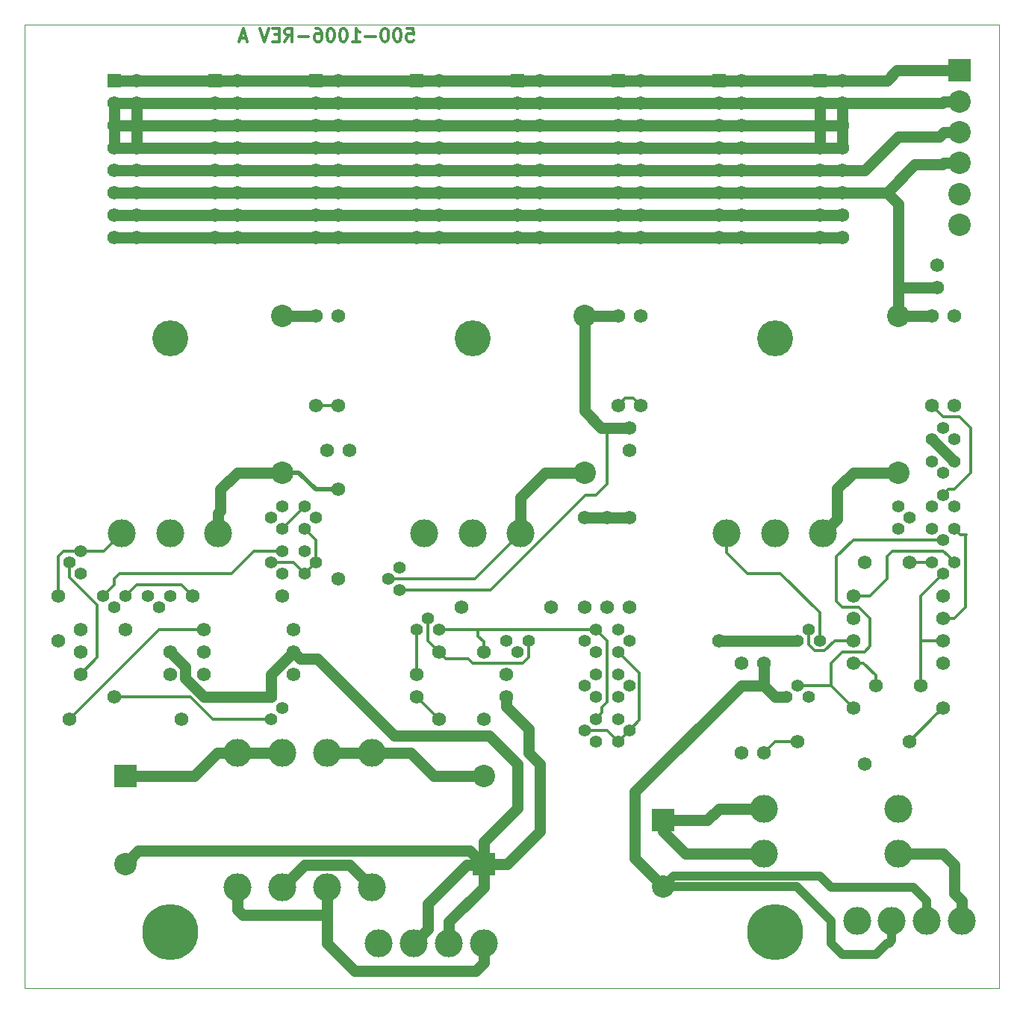
<source format=gbl>
G04 #@! TF.FileFunction,Copper,L2,Bot,Signal*
%FSLAX46Y46*%
G04 Gerber Fmt 4.6, Leading zero omitted, Abs format (unit mm)*
G04 Created by KiCad (PCBNEW 4.0.6) date 04/10/17 20:11:08*
%MOMM*%
%LPD*%
G01*
G04 APERTURE LIST*
%ADD10C,0.100000*%
%ADD11C,0.300000*%
%ADD12C,0.025400*%
%ADD13C,1.574800*%
%ADD14R,2.540000X2.540000*%
%ADD15C,2.540000*%
%ADD16C,3.175000*%
%ADD17R,1.574800X1.574800*%
%ADD18C,1.397000*%
%ADD19C,6.350000*%
%ADD20C,4.064000*%
%ADD21C,0.304800*%
%ADD22C,1.270000*%
%ADD23C,1.016000*%
%ADD24C,0.508000*%
G04 APERTURE END LIST*
D10*
D11*
X144961426Y-38548571D02*
X145675712Y-38548571D01*
X145747141Y-39262857D01*
X145675712Y-39191429D01*
X145532855Y-39120000D01*
X145175712Y-39120000D01*
X145032855Y-39191429D01*
X144961426Y-39262857D01*
X144889998Y-39405714D01*
X144889998Y-39762857D01*
X144961426Y-39905714D01*
X145032855Y-39977143D01*
X145175712Y-40048571D01*
X145532855Y-40048571D01*
X145675712Y-39977143D01*
X145747141Y-39905714D01*
X143961427Y-38548571D02*
X143818570Y-38548571D01*
X143675713Y-38620000D01*
X143604284Y-38691429D01*
X143532855Y-38834286D01*
X143461427Y-39120000D01*
X143461427Y-39477143D01*
X143532855Y-39762857D01*
X143604284Y-39905714D01*
X143675713Y-39977143D01*
X143818570Y-40048571D01*
X143961427Y-40048571D01*
X144104284Y-39977143D01*
X144175713Y-39905714D01*
X144247141Y-39762857D01*
X144318570Y-39477143D01*
X144318570Y-39120000D01*
X144247141Y-38834286D01*
X144175713Y-38691429D01*
X144104284Y-38620000D01*
X143961427Y-38548571D01*
X142532856Y-38548571D02*
X142389999Y-38548571D01*
X142247142Y-38620000D01*
X142175713Y-38691429D01*
X142104284Y-38834286D01*
X142032856Y-39120000D01*
X142032856Y-39477143D01*
X142104284Y-39762857D01*
X142175713Y-39905714D01*
X142247142Y-39977143D01*
X142389999Y-40048571D01*
X142532856Y-40048571D01*
X142675713Y-39977143D01*
X142747142Y-39905714D01*
X142818570Y-39762857D01*
X142889999Y-39477143D01*
X142889999Y-39120000D01*
X142818570Y-38834286D01*
X142747142Y-38691429D01*
X142675713Y-38620000D01*
X142532856Y-38548571D01*
X141389999Y-39477143D02*
X140247142Y-39477143D01*
X138747142Y-40048571D02*
X139604285Y-40048571D01*
X139175713Y-40048571D02*
X139175713Y-38548571D01*
X139318570Y-38762857D01*
X139461428Y-38905714D01*
X139604285Y-38977143D01*
X137818571Y-38548571D02*
X137675714Y-38548571D01*
X137532857Y-38620000D01*
X137461428Y-38691429D01*
X137389999Y-38834286D01*
X137318571Y-39120000D01*
X137318571Y-39477143D01*
X137389999Y-39762857D01*
X137461428Y-39905714D01*
X137532857Y-39977143D01*
X137675714Y-40048571D01*
X137818571Y-40048571D01*
X137961428Y-39977143D01*
X138032857Y-39905714D01*
X138104285Y-39762857D01*
X138175714Y-39477143D01*
X138175714Y-39120000D01*
X138104285Y-38834286D01*
X138032857Y-38691429D01*
X137961428Y-38620000D01*
X137818571Y-38548571D01*
X136390000Y-38548571D02*
X136247143Y-38548571D01*
X136104286Y-38620000D01*
X136032857Y-38691429D01*
X135961428Y-38834286D01*
X135890000Y-39120000D01*
X135890000Y-39477143D01*
X135961428Y-39762857D01*
X136032857Y-39905714D01*
X136104286Y-39977143D01*
X136247143Y-40048571D01*
X136390000Y-40048571D01*
X136532857Y-39977143D01*
X136604286Y-39905714D01*
X136675714Y-39762857D01*
X136747143Y-39477143D01*
X136747143Y-39120000D01*
X136675714Y-38834286D01*
X136604286Y-38691429D01*
X136532857Y-38620000D01*
X136390000Y-38548571D01*
X134604286Y-38548571D02*
X134890000Y-38548571D01*
X135032857Y-38620000D01*
X135104286Y-38691429D01*
X135247143Y-38905714D01*
X135318572Y-39191429D01*
X135318572Y-39762857D01*
X135247143Y-39905714D01*
X135175715Y-39977143D01*
X135032857Y-40048571D01*
X134747143Y-40048571D01*
X134604286Y-39977143D01*
X134532857Y-39905714D01*
X134461429Y-39762857D01*
X134461429Y-39405714D01*
X134532857Y-39262857D01*
X134604286Y-39191429D01*
X134747143Y-39120000D01*
X135032857Y-39120000D01*
X135175715Y-39191429D01*
X135247143Y-39262857D01*
X135318572Y-39405714D01*
X133818572Y-39477143D02*
X132675715Y-39477143D01*
X131104286Y-40048571D02*
X131604286Y-39334286D01*
X131961429Y-40048571D02*
X131961429Y-38548571D01*
X131390001Y-38548571D01*
X131247143Y-38620000D01*
X131175715Y-38691429D01*
X131104286Y-38834286D01*
X131104286Y-39048571D01*
X131175715Y-39191429D01*
X131247143Y-39262857D01*
X131390001Y-39334286D01*
X131961429Y-39334286D01*
X130461429Y-39262857D02*
X129961429Y-39262857D01*
X129747143Y-40048571D02*
X130461429Y-40048571D01*
X130461429Y-38548571D01*
X129747143Y-38548571D01*
X129318572Y-38548571D02*
X128818572Y-40048571D01*
X128318572Y-38548571D01*
X126747144Y-39620000D02*
X126032858Y-39620000D01*
X126890001Y-40048571D02*
X126390001Y-38548571D01*
X125890001Y-40048571D01*
D12*
X212090000Y-147320000D02*
X101600000Y-147320000D01*
X212090000Y-38100000D02*
X212090000Y-147320000D01*
X101600000Y-38100000D02*
X212090000Y-38100000D01*
X101600000Y-147320000D02*
X101600000Y-38100000D01*
D13*
X203200000Y-113030000D03*
X198120000Y-113030000D03*
X196850000Y-99060000D03*
X201930000Y-99060000D03*
X205105000Y-67945000D03*
X205105000Y-65405000D03*
X105410000Y-102870000D03*
X105410000Y-107950000D03*
X113030000Y-106680000D03*
X107950000Y-106680000D03*
X135890000Y-86360000D03*
X138430000Y-86360000D03*
X153670000Y-116840000D03*
X148590000Y-116840000D03*
X170180000Y-86360000D03*
X170180000Y-83820000D03*
D14*
X113030000Y-123270000D03*
D15*
X113030000Y-133270000D03*
D14*
X153670000Y-133270000D03*
D15*
X153670000Y-123270000D03*
D14*
X173990000Y-128330000D03*
D15*
X173990000Y-135830000D03*
D13*
X148590000Y-109220000D03*
X153670000Y-109220000D03*
D16*
X125730000Y-120650000D03*
X125730000Y-135890000D03*
X130810000Y-120650000D03*
X130810000Y-135890000D03*
X135890000Y-135890000D03*
X135890000Y-120650000D03*
X140970000Y-135890000D03*
X140970000Y-120650000D03*
X185420000Y-132080000D03*
X200660000Y-132080000D03*
X185420000Y-127000000D03*
X200660000Y-127000000D03*
D17*
X111760000Y-44450000D03*
D13*
X114300000Y-44450000D03*
X111760000Y-46990000D03*
X114300000Y-46990000D03*
X111760000Y-49530000D03*
X114300000Y-49530000D03*
X111760000Y-52070000D03*
X114300000Y-52070000D03*
X111760000Y-54610000D03*
X114300000Y-54610000D03*
X111760000Y-57150000D03*
X114300000Y-57150000D03*
X111760000Y-59690000D03*
X114300000Y-59690000D03*
X111760000Y-62230000D03*
X114300000Y-62230000D03*
D17*
X123190000Y-44450000D03*
D13*
X125730000Y-44450000D03*
X123190000Y-46990000D03*
X125730000Y-46990000D03*
X123190000Y-49530000D03*
X125730000Y-49530000D03*
X123190000Y-52070000D03*
X125730000Y-52070000D03*
X123190000Y-54610000D03*
X125730000Y-54610000D03*
X123190000Y-57150000D03*
X125730000Y-57150000D03*
X123190000Y-59690000D03*
X125730000Y-59690000D03*
X123190000Y-62230000D03*
X125730000Y-62230000D03*
D17*
X134620000Y-44450000D03*
D13*
X137160000Y-44450000D03*
X134620000Y-46990000D03*
X137160000Y-46990000D03*
X134620000Y-49530000D03*
X137160000Y-49530000D03*
X134620000Y-52070000D03*
X137160000Y-52070000D03*
X134620000Y-54610000D03*
X137160000Y-54610000D03*
X134620000Y-57150000D03*
X137160000Y-57150000D03*
X134620000Y-59690000D03*
X137160000Y-59690000D03*
X134620000Y-62230000D03*
X137160000Y-62230000D03*
D17*
X146050000Y-44450000D03*
D13*
X148590000Y-44450000D03*
X146050000Y-46990000D03*
X148590000Y-46990000D03*
X146050000Y-49530000D03*
X148590000Y-49530000D03*
X146050000Y-52070000D03*
X148590000Y-52070000D03*
X146050000Y-54610000D03*
X148590000Y-54610000D03*
X146050000Y-57150000D03*
X148590000Y-57150000D03*
X146050000Y-59690000D03*
X148590000Y-59690000D03*
X146050000Y-62230000D03*
X148590000Y-62230000D03*
D17*
X157480000Y-44450000D03*
D13*
X160020000Y-44450000D03*
X157480000Y-46990000D03*
X160020000Y-46990000D03*
X157480000Y-49530000D03*
X160020000Y-49530000D03*
X157480000Y-52070000D03*
X160020000Y-52070000D03*
X157480000Y-54610000D03*
X160020000Y-54610000D03*
X157480000Y-57150000D03*
X160020000Y-57150000D03*
X157480000Y-59690000D03*
X160020000Y-59690000D03*
X157480000Y-62230000D03*
X160020000Y-62230000D03*
D17*
X168910000Y-44450000D03*
D13*
X171450000Y-44450000D03*
X168910000Y-46990000D03*
X171450000Y-46990000D03*
X168910000Y-49530000D03*
X171450000Y-49530000D03*
X168910000Y-52070000D03*
X171450000Y-52070000D03*
X168910000Y-54610000D03*
X171450000Y-54610000D03*
X168910000Y-57150000D03*
X171450000Y-57150000D03*
X168910000Y-59690000D03*
X171450000Y-59690000D03*
X168910000Y-62230000D03*
X171450000Y-62230000D03*
D17*
X180340000Y-44450000D03*
D13*
X182880000Y-44450000D03*
X180340000Y-46990000D03*
X182880000Y-46990000D03*
X180340000Y-49530000D03*
X182880000Y-49530000D03*
X180340000Y-52070000D03*
X182880000Y-52070000D03*
X180340000Y-54610000D03*
X182880000Y-54610000D03*
X180340000Y-57150000D03*
X182880000Y-57150000D03*
X180340000Y-59690000D03*
X182880000Y-59690000D03*
X180340000Y-62230000D03*
X182880000Y-62230000D03*
D17*
X191770000Y-44450000D03*
D13*
X194310000Y-44450000D03*
X191770000Y-46990000D03*
X194310000Y-46990000D03*
X191770000Y-49530000D03*
X194310000Y-49530000D03*
X191770000Y-52070000D03*
X194310000Y-52070000D03*
X191770000Y-54610000D03*
X194310000Y-54610000D03*
X191770000Y-57150000D03*
X194310000Y-57150000D03*
X191770000Y-59690000D03*
X194310000Y-59690000D03*
X191770000Y-62230000D03*
X194310000Y-62230000D03*
D16*
X207873600Y-139700000D03*
X203911200Y-139700000D03*
X199948800Y-139700000D03*
X195986400Y-139700000D03*
X153670000Y-142240000D03*
X149707600Y-142240000D03*
X145745200Y-142240000D03*
X141782800Y-142240000D03*
D18*
X189230000Y-107950000D03*
X190500000Y-106680000D03*
X191770000Y-107950000D03*
X205740000Y-96520000D03*
X204470000Y-95250000D03*
X207010000Y-95250000D03*
X207010000Y-92710000D03*
X204470000Y-92710000D03*
X205740000Y-91440000D03*
X205740000Y-88900000D03*
X204470000Y-87630000D03*
X207010000Y-87630000D03*
X207010000Y-85090000D03*
X204470000Y-85090000D03*
X205740000Y-83820000D03*
X200660000Y-92710000D03*
X201930000Y-93980000D03*
X200660000Y-95250000D03*
X107950000Y-100330000D03*
X106680000Y-99060000D03*
X107950000Y-97790000D03*
X129540000Y-93980000D03*
X130810000Y-92710000D03*
X130810000Y-95250000D03*
X133350000Y-95250000D03*
X133350000Y-92710000D03*
X134620000Y-93980000D03*
X129540000Y-99060000D03*
X130810000Y-97790000D03*
X130810000Y-100330000D03*
X133350000Y-100330000D03*
X133350000Y-97790000D03*
X134620000Y-99060000D03*
X118110000Y-102870000D03*
X116840000Y-104140000D03*
X115570000Y-102870000D03*
X158750000Y-107950000D03*
X157480000Y-109220000D03*
X156210000Y-107950000D03*
X146050000Y-106680000D03*
X147320000Y-105410000D03*
X148590000Y-106680000D03*
X170180000Y-107950000D03*
X168910000Y-109220000D03*
X168910000Y-106680000D03*
X166370000Y-106680000D03*
X166370000Y-109220000D03*
X165100000Y-107950000D03*
X165100000Y-118110000D03*
X166370000Y-116840000D03*
X166370000Y-119380000D03*
X168910000Y-119380000D03*
X168910000Y-116840000D03*
X170180000Y-118110000D03*
X165100000Y-113030000D03*
X166370000Y-111760000D03*
X166370000Y-114300000D03*
X168910000Y-114300000D03*
X168910000Y-111760000D03*
X170180000Y-113030000D03*
X144145000Y-102235000D03*
X142875000Y-100965000D03*
X144145000Y-99695000D03*
D13*
X195580000Y-115570000D03*
X205740000Y-115570000D03*
X201930000Y-119380000D03*
X196850000Y-121920000D03*
X189230000Y-119380000D03*
X185420000Y-120650000D03*
X185420000Y-110490000D03*
X195580000Y-107950000D03*
X205740000Y-107950000D03*
X195580000Y-102870000D03*
X205740000Y-102870000D03*
X195580000Y-110490000D03*
X205740000Y-110490000D03*
X182880000Y-110490000D03*
X182880000Y-120650000D03*
X195580000Y-105410000D03*
X205740000Y-105410000D03*
X204470000Y-71120000D03*
X204470000Y-81280000D03*
X207010000Y-71120000D03*
X207010000Y-81280000D03*
X132080000Y-106680000D03*
X121920000Y-106680000D03*
X106680000Y-116840000D03*
X111760000Y-114300000D03*
X119380000Y-116840000D03*
X121920000Y-109220000D03*
X132080000Y-109220000D03*
X107950000Y-111760000D03*
X118110000Y-111760000D03*
X120650000Y-102870000D03*
X130810000Y-102870000D03*
X107950000Y-109220000D03*
X118110000Y-109220000D03*
X121920000Y-111760000D03*
X132080000Y-111760000D03*
X137160000Y-90805000D03*
X137160000Y-100965000D03*
X134620000Y-71120000D03*
X134620000Y-81280000D03*
X137160000Y-81280000D03*
X137160000Y-71120000D03*
X146050000Y-114300000D03*
X156210000Y-114300000D03*
X151130000Y-104140000D03*
X161290000Y-104140000D03*
X146050000Y-111760000D03*
X156210000Y-111760000D03*
X165100000Y-93980000D03*
X165100000Y-104140000D03*
X167640000Y-93980000D03*
X167640000Y-104140000D03*
X170180000Y-93980000D03*
X170180000Y-104140000D03*
X168910000Y-71120000D03*
X168910000Y-81280000D03*
X171450000Y-81280000D03*
X171450000Y-71120000D03*
D18*
X187960000Y-114300000D03*
X189230000Y-113030000D03*
X190500000Y-114300000D03*
X129540000Y-114300000D03*
X130810000Y-115570000D03*
X129540000Y-116840000D03*
D15*
X200660000Y-88900000D03*
X200660000Y-71120000D03*
X130810000Y-88900000D03*
X130810000Y-71120000D03*
X165100000Y-71120000D03*
X165100000Y-88900000D03*
D19*
X186690000Y-140970000D03*
X118110000Y-140970000D03*
D18*
X207010000Y-99060000D03*
X205740000Y-100330000D03*
X204470000Y-99060000D03*
X113030000Y-102870000D03*
X111760000Y-104140000D03*
X110490000Y-102870000D03*
D16*
X146939000Y-95758000D03*
X152400000Y-95758000D03*
X157861000Y-95758000D03*
D20*
X152400000Y-73660000D03*
D16*
X112649000Y-95758000D03*
X118110000Y-95758000D03*
X123571000Y-95758000D03*
D20*
X118110000Y-73660000D03*
D16*
X181229000Y-95758000D03*
X186690000Y-95758000D03*
X192151000Y-95758000D03*
D20*
X186690000Y-73660000D03*
D14*
X207645000Y-43320000D03*
D15*
X207645000Y-46820000D03*
X207645000Y-50320000D03*
X207645000Y-53820000D03*
X207645000Y-57320000D03*
X207645000Y-60820000D03*
D13*
X180340000Y-107950000D03*
D21*
X191770000Y-104775000D02*
X191770000Y-107950000D01*
X187325000Y-100330000D02*
X191770000Y-104775000D01*
X183555936Y-100330000D02*
X187325000Y-100330000D01*
X181229000Y-95758000D02*
X181229000Y-98003064D01*
X181229000Y-98003064D02*
X183555936Y-100330000D01*
X203200000Y-102870000D02*
X203200000Y-107315000D01*
X203200000Y-107315000D02*
X203200000Y-113030000D01*
X203200000Y-107950000D02*
X203200000Y-107315000D01*
X205740000Y-107950000D02*
X203200000Y-107950000D01*
X205740000Y-100330000D02*
X203200000Y-102870000D01*
X198120000Y-113030000D02*
X198120000Y-111916449D01*
X196693551Y-110490000D02*
X195580000Y-110490000D01*
X198120000Y-111916449D02*
X196693551Y-110490000D01*
X201930000Y-99060000D02*
X204470000Y-99060000D01*
D22*
X205693949Y-53975000D02*
X202565000Y-53975000D01*
X202565000Y-53975000D02*
X199390000Y-57150000D01*
X207645000Y-53820000D02*
X205848949Y-53820000D01*
X205848949Y-53820000D02*
X205693949Y-53975000D01*
X200660000Y-71120000D02*
X200660000Y-67945000D01*
X200660000Y-67945000D02*
X200660000Y-58420000D01*
X205105000Y-67945000D02*
X203991449Y-67945000D01*
X203991449Y-67945000D02*
X200660000Y-67945000D01*
X204470000Y-71120000D02*
X200660000Y-71120000D01*
X199390000Y-57150000D02*
X194310000Y-57150000D01*
X200660000Y-58420000D02*
X199390000Y-57150000D01*
X191770000Y-57150000D02*
X194310000Y-57150000D01*
X182880000Y-57150000D02*
X191770000Y-57150000D01*
X180340000Y-57150000D02*
X182880000Y-57150000D01*
X171450000Y-57150000D02*
X180340000Y-57150000D01*
X168910000Y-57150000D02*
X171450000Y-57150000D01*
X160020000Y-57150000D02*
X168910000Y-57150000D01*
X157480000Y-57150000D02*
X160020000Y-57150000D01*
X148590000Y-57150000D02*
X157480000Y-57150000D01*
X146050000Y-57150000D02*
X148590000Y-57150000D01*
X137160000Y-57150000D02*
X146050000Y-57150000D01*
X134620000Y-57150000D02*
X137160000Y-57150000D01*
X125730000Y-57150000D02*
X134620000Y-57150000D01*
X123190000Y-57150000D02*
X125730000Y-57150000D01*
X114300000Y-57150000D02*
X123190000Y-57150000D01*
X111760000Y-57150000D02*
X114300000Y-57150000D01*
X111760000Y-49530000D02*
X111760000Y-52070000D01*
X111760000Y-46990000D02*
X111760000Y-49530000D01*
X114300000Y-46990000D02*
X114300000Y-49530000D01*
X114300000Y-49530000D02*
X114300000Y-52070000D01*
X157480000Y-46990000D02*
X160020000Y-46990000D01*
X180340000Y-52070000D02*
X182880000Y-52070000D01*
X180340000Y-49530000D02*
X182880000Y-49530000D01*
X180340000Y-46990000D02*
X182880000Y-46990000D01*
X146050000Y-52070000D02*
X148590000Y-52070000D01*
X146050000Y-49530000D02*
X148590000Y-49530000D01*
X146050000Y-46990000D02*
X148590000Y-46990000D01*
X160020000Y-129540000D02*
X156290000Y-133270000D01*
X156290000Y-133270000D02*
X153670000Y-133270000D01*
X160020000Y-121920000D02*
X160020000Y-129540000D01*
X158750000Y-120650000D02*
X160020000Y-121920000D01*
X158750000Y-117953551D02*
X158750000Y-120650000D01*
X156210000Y-114300000D02*
X156210000Y-115413551D01*
X156210000Y-115413551D02*
X158750000Y-117953551D01*
X119837201Y-112217201D02*
X121920000Y-114300000D01*
X121920000Y-114300000D02*
X129540000Y-114300000D01*
X118110000Y-109220000D02*
X119837201Y-110947201D01*
X119837201Y-110947201D02*
X119837201Y-112217201D01*
X132080000Y-109220000D02*
X132867399Y-110007399D01*
X132867399Y-110007399D02*
X134772399Y-110007399D01*
X134772399Y-110007399D02*
X143510000Y-118745000D01*
X143510000Y-118745000D02*
X154305000Y-118745000D01*
X154305000Y-118745000D02*
X157480000Y-121920000D01*
X157480000Y-121920000D02*
X157480000Y-126920000D01*
X157480000Y-126920000D02*
X153670000Y-130730000D01*
X153670000Y-130730000D02*
X153670000Y-133270000D01*
X129540000Y-114300000D02*
X129540000Y-111760000D01*
X129540000Y-111760000D02*
X132080000Y-109220000D01*
X185420000Y-113030000D02*
X182880000Y-113030000D01*
X182880000Y-113030000D02*
X170815000Y-125095000D01*
X170815000Y-125095000D02*
X170815000Y-132655000D01*
X170815000Y-132655000D02*
X173990000Y-135830000D01*
X187960000Y-114300000D02*
X186690000Y-114300000D01*
X186690000Y-114300000D02*
X185420000Y-113030000D01*
X185420000Y-113030000D02*
X185420000Y-110490000D01*
X204470000Y-85090000D02*
X207010000Y-87630000D01*
X203200000Y-46990000D02*
X194310000Y-46990000D01*
X205678949Y-46990000D02*
X203200000Y-46990000D01*
X207645000Y-46820000D02*
X205848949Y-46820000D01*
X205848949Y-46820000D02*
X205678949Y-46990000D01*
X152107888Y-131787888D02*
X153590000Y-133270000D01*
X153590000Y-133270000D02*
X153670000Y-133270000D01*
X114512112Y-131787888D02*
X152107888Y-131787888D01*
X113030000Y-133270000D02*
X114512112Y-131787888D01*
X151765000Y-133350000D02*
X153590000Y-133350000D01*
X153590000Y-133350000D02*
X153670000Y-133270000D01*
X147332699Y-137782301D02*
X151765000Y-133350000D01*
X145745200Y-142240000D02*
X147332699Y-140652501D01*
X147332699Y-140652501D02*
X147332699Y-137782301D01*
X149707600Y-142240000D02*
X149707600Y-139852400D01*
X149707600Y-139852400D02*
X153670000Y-135890000D01*
X153670000Y-135890000D02*
X153670000Y-133270000D01*
D23*
X203911200Y-139700000D02*
X203911200Y-137454936D01*
X203911200Y-137454936D02*
X202346264Y-135890000D01*
X193040000Y-135890000D02*
X191770000Y-134620000D01*
X202346264Y-135890000D02*
X193040000Y-135890000D01*
X191770000Y-134620000D02*
X175200000Y-134620000D01*
X175200000Y-134620000D02*
X173990000Y-135830000D01*
X199390000Y-142240000D02*
X199653864Y-142240000D01*
X199653864Y-142240000D02*
X199948800Y-141945064D01*
X199948800Y-141945064D02*
X199948800Y-139700000D01*
X198120000Y-143510000D02*
X199390000Y-142240000D01*
X194310000Y-143510000D02*
X198120000Y-143510000D01*
X193040000Y-142240000D02*
X194310000Y-143510000D01*
X193040000Y-139700000D02*
X193040000Y-142240000D01*
X189170000Y-135830000D02*
X193040000Y-139700000D01*
X173990000Y-135830000D02*
X189170000Y-135830000D01*
D22*
X191770000Y-52070000D02*
X194310000Y-52070000D01*
X182880000Y-52070000D02*
X191770000Y-52070000D01*
X171450000Y-52070000D02*
X180340000Y-52070000D01*
X168910000Y-52070000D02*
X171450000Y-52070000D01*
X160020000Y-52070000D02*
X168910000Y-52070000D01*
X157480000Y-52070000D02*
X160020000Y-52070000D01*
X148590000Y-52070000D02*
X157480000Y-52070000D01*
X137160000Y-52070000D02*
X146050000Y-52070000D01*
X134620000Y-52070000D02*
X137160000Y-52070000D01*
X125730000Y-52070000D02*
X134620000Y-52070000D01*
X123190000Y-52070000D02*
X125730000Y-52070000D01*
X114300000Y-52070000D02*
X123190000Y-52070000D01*
X111760000Y-52070000D02*
X114300000Y-52070000D01*
X113030000Y-49530000D02*
X111760000Y-49530000D01*
X123190000Y-49530000D02*
X113030000Y-49530000D01*
X125730000Y-49530000D02*
X123190000Y-49530000D01*
X134620000Y-49530000D02*
X125730000Y-49530000D01*
X137160000Y-49530000D02*
X134620000Y-49530000D01*
X146050000Y-49530000D02*
X137160000Y-49530000D01*
X157480000Y-49530000D02*
X148590000Y-49530000D01*
X160020000Y-49530000D02*
X157480000Y-49530000D01*
X168910000Y-49530000D02*
X160020000Y-49530000D01*
X171450000Y-49530000D02*
X168910000Y-49530000D01*
X180340000Y-49530000D02*
X171450000Y-49530000D01*
X191770000Y-49530000D02*
X182880000Y-49530000D01*
X194310000Y-49530000D02*
X191770000Y-49530000D01*
X191770000Y-49530000D02*
X191770000Y-52070000D01*
X191770000Y-46990000D02*
X191770000Y-49530000D01*
X194310000Y-49530000D02*
X194310000Y-52070000D01*
X194310000Y-46990000D02*
X194310000Y-49530000D01*
X190500000Y-46990000D02*
X191770000Y-46990000D01*
X182880000Y-46990000D02*
X190500000Y-46990000D01*
X190500000Y-46990000D02*
X194310000Y-46990000D01*
X171450000Y-46990000D02*
X180340000Y-46990000D01*
X168910000Y-46990000D02*
X171450000Y-46990000D01*
X161290000Y-46990000D02*
X168910000Y-46990000D01*
X157480000Y-46990000D02*
X161290000Y-46990000D01*
X148590000Y-46990000D02*
X157480000Y-46990000D01*
X137160000Y-46990000D02*
X146050000Y-46990000D01*
X134620000Y-46990000D02*
X137160000Y-46990000D01*
X125730000Y-46990000D02*
X134620000Y-46990000D01*
X123190000Y-46990000D02*
X125730000Y-46990000D01*
X114300000Y-46990000D02*
X123190000Y-46990000D01*
X111760000Y-46990000D02*
X114300000Y-46990000D01*
D21*
X112649000Y-95758000D02*
X110617000Y-97790000D01*
X110617000Y-97790000D02*
X107950000Y-97790000D01*
X105410000Y-98425000D02*
X106045000Y-97790000D01*
X106045000Y-97790000D02*
X107950000Y-97790000D01*
X105410000Y-102870000D02*
X105410000Y-98425000D01*
X130810000Y-97790000D02*
X127635000Y-97790000D01*
X127635000Y-97790000D02*
X125095000Y-100330000D01*
X125095000Y-100330000D02*
X112395000Y-100330000D01*
X112395000Y-100330000D02*
X111760000Y-100965000D01*
X111760000Y-100965000D02*
X111760000Y-101600000D01*
X111760000Y-101600000D02*
X110490000Y-102870000D01*
D22*
X134620000Y-54610000D02*
X137160000Y-54610000D01*
X207645000Y-50320000D02*
X205848949Y-50320000D01*
X205848949Y-50320000D02*
X205368949Y-50800000D01*
X205368949Y-50800000D02*
X200660000Y-50800000D01*
X200660000Y-50800000D02*
X196850000Y-54610000D01*
X196850000Y-54610000D02*
X194310000Y-54610000D01*
X130810000Y-71120000D02*
X134620000Y-71120000D01*
X114300000Y-54610000D02*
X111760000Y-54610000D01*
X123190000Y-54610000D02*
X114300000Y-54610000D01*
X125730000Y-54610000D02*
X123190000Y-54610000D01*
X134620000Y-54610000D02*
X125730000Y-54610000D01*
X146050000Y-54610000D02*
X137160000Y-54610000D01*
X148590000Y-54610000D02*
X146050000Y-54610000D01*
X157480000Y-54610000D02*
X148590000Y-54610000D01*
X161290000Y-54610000D02*
X160020000Y-54610000D01*
X168910000Y-54610000D02*
X161290000Y-54610000D01*
X161290000Y-54610000D02*
X157480000Y-54610000D01*
X171450000Y-54610000D02*
X168910000Y-54610000D01*
X180340000Y-54610000D02*
X171450000Y-54610000D01*
X182880000Y-54610000D02*
X180340000Y-54610000D01*
X191770000Y-54610000D02*
X182880000Y-54610000D01*
X194310000Y-54610000D02*
X191770000Y-54610000D01*
D21*
X147320000Y-105410000D02*
X147320000Y-107950000D01*
X147320000Y-107950000D02*
X148590000Y-109220000D01*
X158115000Y-110490000D02*
X158750000Y-109855000D01*
X158750000Y-109855000D02*
X158750000Y-107950000D01*
X152400000Y-110490000D02*
X158115000Y-110490000D01*
X151917399Y-110007399D02*
X152400000Y-110490000D01*
X148590000Y-109220000D02*
X149377399Y-110007399D01*
X149377399Y-110007399D02*
X151917399Y-110007399D01*
X146050000Y-114300000D02*
X146837399Y-115087399D01*
X146837399Y-115087399D02*
X148590000Y-116840000D01*
D22*
X170180000Y-83820000D02*
X167640000Y-83820000D01*
X167640000Y-83820000D02*
X167005000Y-83820000D01*
D21*
X167640000Y-90170000D02*
X167640000Y-83820000D01*
D22*
X167005000Y-83820000D02*
X165100000Y-81915000D01*
X168910000Y-44450000D02*
X171450000Y-44450000D01*
D21*
X144145000Y-102235000D02*
X154410158Y-102235000D01*
X154410158Y-102235000D02*
X165205158Y-91440000D01*
X165205158Y-91440000D02*
X166370000Y-91440000D01*
X166370000Y-91440000D02*
X167640000Y-90170000D01*
D22*
X165100000Y-81915000D02*
X165100000Y-71120000D01*
X199390000Y-44450000D02*
X194310000Y-44450000D01*
X200520000Y-43320000D02*
X199390000Y-44450000D01*
X207645000Y-43320000D02*
X200520000Y-43320000D01*
X168275000Y-71120000D02*
X168910000Y-71120000D01*
X165100000Y-71120000D02*
X168275000Y-71120000D01*
X191770000Y-44450000D02*
X194310000Y-44450000D01*
X182880000Y-44450000D02*
X191770000Y-44450000D01*
X179070000Y-44450000D02*
X180340000Y-44450000D01*
X171450000Y-44450000D02*
X179070000Y-44450000D01*
X179070000Y-44450000D02*
X182880000Y-44450000D01*
X160020000Y-44450000D02*
X168910000Y-44450000D01*
X157480000Y-44450000D02*
X160020000Y-44450000D01*
X148590000Y-44450000D02*
X157480000Y-44450000D01*
X146050000Y-44450000D02*
X148590000Y-44450000D01*
X137160000Y-44450000D02*
X146050000Y-44450000D01*
X134620000Y-44450000D02*
X137160000Y-44450000D01*
X125730000Y-44450000D02*
X134620000Y-44450000D01*
X121920000Y-44450000D02*
X123190000Y-44450000D01*
X114300000Y-44450000D02*
X121920000Y-44450000D01*
X121920000Y-44450000D02*
X125730000Y-44450000D01*
X111760000Y-44450000D02*
X114300000Y-44450000D01*
D21*
X167640000Y-114935000D02*
X167640000Y-107950000D01*
X167640000Y-107950000D02*
X166370000Y-106680000D01*
X167068499Y-115506501D02*
X167640000Y-114935000D01*
X166370000Y-116840000D02*
X167068499Y-116141501D01*
X167068499Y-116141501D02*
X167068499Y-115506501D01*
X163195000Y-106680000D02*
X153035000Y-106680000D01*
X166370000Y-106680000D02*
X163195000Y-106680000D01*
X153035000Y-106680000D02*
X148590000Y-106680000D01*
X153670000Y-109220000D02*
X153670000Y-108106449D01*
X153670000Y-108106449D02*
X153035000Y-107471449D01*
X153035000Y-107471449D02*
X153035000Y-106680000D01*
X194466449Y-107950000D02*
X195580000Y-107950000D01*
X191215263Y-109105701D02*
X192324737Y-109105701D01*
X190500000Y-108390438D02*
X191215263Y-109105701D01*
X190500000Y-106680000D02*
X190500000Y-108390438D01*
X193480438Y-107950000D02*
X194466449Y-107950000D01*
X192324737Y-109105701D02*
X193480438Y-107950000D01*
X199390000Y-98425000D02*
X199999601Y-97815399D01*
X199999601Y-97815399D02*
X205765399Y-97815399D01*
X206311501Y-98361501D02*
X207010000Y-99060000D01*
X205765399Y-97815399D02*
X206311501Y-98361501D01*
X199390000Y-100965000D02*
X199390000Y-98425000D01*
X197485000Y-102870000D02*
X199390000Y-100965000D01*
X195580000Y-102870000D02*
X197485000Y-102870000D01*
X205740000Y-96520000D02*
X195580000Y-96520000D01*
X193675000Y-103505000D02*
X194310000Y-104140000D01*
X195580000Y-96520000D02*
X193675000Y-98425000D01*
X196215000Y-104140000D02*
X197485000Y-105410000D01*
X193675000Y-98425000D02*
X193675000Y-103505000D01*
X194310000Y-104140000D02*
X196215000Y-104140000D01*
X196850000Y-109220000D02*
X194310000Y-109220000D01*
X197485000Y-105410000D02*
X197485000Y-108585000D01*
X197485000Y-108585000D02*
X196850000Y-109220000D01*
X194310000Y-109220000D02*
X193040000Y-110490000D01*
X193040000Y-110490000D02*
X193040000Y-113030000D01*
X193040000Y-113030000D02*
X195580000Y-115570000D01*
X189230000Y-113030000D02*
X193040000Y-113030000D01*
X207010000Y-105410000D02*
X205740000Y-105410000D01*
X208280000Y-104140000D02*
X207010000Y-105410000D01*
X208280000Y-96011998D02*
X208280000Y-104140000D01*
X208343499Y-95948499D02*
X208280000Y-96011998D01*
X207010000Y-95250000D02*
X207708499Y-95948499D01*
X207708499Y-95948499D02*
X208343499Y-95948499D01*
X204470000Y-81280000D02*
X205740000Y-82550000D01*
X205740000Y-82550000D02*
X207645000Y-82550000D01*
X207645000Y-82550000D02*
X208915000Y-83820000D01*
X206375000Y-90805000D02*
X205740000Y-91440000D01*
X208915000Y-83820000D02*
X208915000Y-88900000D01*
X208915000Y-88900000D02*
X207010000Y-90805000D01*
X207010000Y-90805000D02*
X206375000Y-90805000D01*
X107950000Y-111760000D02*
X109855000Y-109855000D01*
X109855000Y-109855000D02*
X109855000Y-103945438D01*
X109855000Y-103945438D02*
X106680000Y-100770438D01*
X106680000Y-100770438D02*
X106680000Y-100047828D01*
X106680000Y-100047828D02*
X106680000Y-99060000D01*
X113030000Y-102870000D02*
X114300000Y-101600000D01*
X114300000Y-101600000D02*
X119380000Y-101600000D01*
X119380000Y-101600000D02*
X120650000Y-102870000D01*
X133350000Y-92710000D02*
X132651501Y-93408499D01*
X132651501Y-93408499D02*
X130810000Y-95250000D01*
X133350000Y-100330000D02*
X132080000Y-99060000D01*
X132080000Y-99060000D02*
X129540000Y-99060000D01*
X134620000Y-99060000D02*
X133350000Y-100330000D01*
X133350000Y-95250000D02*
X134620000Y-96520000D01*
X134620000Y-96520000D02*
X134620000Y-99060000D01*
X137160000Y-81280000D02*
X134620000Y-81280000D01*
X146050000Y-110646449D02*
X146050000Y-106680000D01*
X146050000Y-111760000D02*
X146050000Y-110646449D01*
X168910000Y-119380000D02*
X170180000Y-118110000D01*
X167640000Y-118110000D02*
X168910000Y-119380000D01*
X165100000Y-118110000D02*
X167640000Y-118110000D01*
X170180000Y-118110000D02*
X171335701Y-116954299D01*
X171335701Y-116954299D02*
X171335701Y-111645701D01*
X171335701Y-111645701D02*
X169608499Y-109918499D01*
X169608499Y-109918499D02*
X168910000Y-109220000D01*
X168910000Y-81280000D02*
X169697399Y-80492601D01*
X169697399Y-80492601D02*
X170662601Y-80492601D01*
X170662601Y-80492601D02*
X171450000Y-81280000D01*
X205740000Y-115570000D02*
X204952601Y-116357399D01*
X204952601Y-116357399D02*
X201930000Y-119380000D01*
X189230000Y-119380000D02*
X186690000Y-119380000D01*
X186690000Y-119380000D02*
X185420000Y-120650000D01*
X106680000Y-116840000D02*
X116840000Y-106680000D01*
X116840000Y-106680000D02*
X121920000Y-106680000D01*
X112873551Y-114300000D02*
X111760000Y-114300000D01*
X120375382Y-114300000D02*
X112873551Y-114300000D01*
X129540000Y-116840000D02*
X122915382Y-116840000D01*
X122915382Y-116840000D02*
X120375382Y-114300000D01*
D22*
X114300000Y-59690000D02*
X111760000Y-59690000D01*
X123190000Y-59690000D02*
X114300000Y-59690000D01*
X125730000Y-59690000D02*
X123190000Y-59690000D01*
X134620000Y-59690000D02*
X125730000Y-59690000D01*
X137160000Y-59690000D02*
X134620000Y-59690000D01*
X146050000Y-59690000D02*
X137160000Y-59690000D01*
X148590000Y-59690000D02*
X146050000Y-59690000D01*
X157480000Y-59690000D02*
X148590000Y-59690000D01*
X160020000Y-59690000D02*
X157480000Y-59690000D01*
X168910000Y-59690000D02*
X160020000Y-59690000D01*
X171450000Y-59690000D02*
X168910000Y-59690000D01*
X180340000Y-59690000D02*
X171450000Y-59690000D01*
X182880000Y-59690000D02*
X180340000Y-59690000D01*
X191770000Y-59690000D02*
X182880000Y-59690000D01*
X194310000Y-59690000D02*
X191770000Y-59690000D01*
X191770000Y-62230000D02*
X194310000Y-62230000D01*
X182880000Y-62230000D02*
X191770000Y-62230000D01*
X180340000Y-62230000D02*
X182880000Y-62230000D01*
X171450000Y-62230000D02*
X180340000Y-62230000D01*
X168910000Y-62230000D02*
X171450000Y-62230000D01*
X160020000Y-62230000D02*
X168910000Y-62230000D01*
X157480000Y-62230000D02*
X160020000Y-62230000D01*
X148590000Y-62230000D02*
X157480000Y-62230000D01*
X146050000Y-62230000D02*
X148590000Y-62230000D01*
X137160000Y-62230000D02*
X146050000Y-62230000D01*
X134620000Y-62230000D02*
X137160000Y-62230000D01*
X125730000Y-62230000D02*
X134620000Y-62230000D01*
X123190000Y-62230000D02*
X125730000Y-62230000D01*
X113030000Y-62230000D02*
X114300000Y-62230000D01*
X111760000Y-62230000D02*
X113030000Y-62230000D01*
X113030000Y-62230000D02*
X123190000Y-62230000D01*
X125730000Y-120650000D02*
X123484936Y-120650000D01*
X123484936Y-120650000D02*
X120864936Y-123270000D01*
X120864936Y-123270000D02*
X113030000Y-123270000D01*
X125730000Y-120650000D02*
X130810000Y-120650000D01*
X140970000Y-120650000D02*
X135890000Y-120650000D01*
X145415000Y-120650000D02*
X140970000Y-120650000D01*
X148035000Y-123270000D02*
X145415000Y-120650000D01*
X153670000Y-123270000D02*
X148035000Y-123270000D01*
X189230000Y-107950000D02*
X180340000Y-107950000D01*
X173990000Y-129540000D02*
X173990000Y-128330000D01*
X176530000Y-132080000D02*
X173990000Y-129540000D01*
X185420000Y-132080000D02*
X176530000Y-132080000D01*
X180340000Y-127000000D02*
X185420000Y-127000000D01*
X179010000Y-128330000D02*
X180340000Y-127000000D01*
X173990000Y-128330000D02*
X179010000Y-128330000D01*
X135890000Y-142240000D02*
X135890000Y-139065000D01*
X135890000Y-139065000D02*
X135890000Y-135890000D01*
X126365000Y-139065000D02*
X135890000Y-139065000D01*
X125730000Y-138430000D02*
X126365000Y-139065000D01*
X125730000Y-135890000D02*
X125730000Y-138430000D01*
X153670000Y-142240000D02*
X153670000Y-144485064D01*
X153670000Y-144485064D02*
X152740064Y-145415000D01*
X152740064Y-145415000D02*
X139065000Y-145415000D01*
X139065000Y-145415000D02*
X135890000Y-142240000D01*
X138442699Y-133362699D02*
X139382501Y-134302501D01*
X130810000Y-135890000D02*
X133337301Y-133362699D01*
X139382501Y-134302501D02*
X140970000Y-135890000D01*
X133337301Y-133362699D02*
X138442699Y-133362699D01*
X207010000Y-133350000D02*
X205740000Y-132080000D01*
X205740000Y-132080000D02*
X200660000Y-132080000D01*
X207010000Y-136591336D02*
X207010000Y-133350000D01*
X207873600Y-139700000D02*
X207873600Y-137454936D01*
X207873600Y-137454936D02*
X207010000Y-136591336D01*
X195580000Y-88900000D02*
X200660000Y-88900000D01*
X193738499Y-90741501D02*
X195580000Y-88900000D01*
X192151000Y-95758000D02*
X193738499Y-94170501D01*
X193738499Y-94170501D02*
X193738499Y-90741501D01*
D24*
X132715000Y-88900000D02*
X130810000Y-88900000D01*
X134620000Y-90805000D02*
X132715000Y-88900000D01*
X137160000Y-90805000D02*
X134620000Y-90805000D01*
D22*
X123825000Y-90805000D02*
X125730000Y-88900000D01*
X125730000Y-88900000D02*
X130810000Y-88900000D01*
X123825000Y-93258936D02*
X123825000Y-90805000D01*
X123571000Y-95758000D02*
X123571000Y-93512936D01*
X123571000Y-93512936D02*
X123825000Y-93258936D01*
D21*
X142875000Y-100965000D02*
X152654000Y-100965000D01*
X152654000Y-100965000D02*
X157861000Y-95758000D01*
D22*
X167640000Y-93980000D02*
X170180000Y-93980000D01*
X165100000Y-93980000D02*
X167640000Y-93980000D01*
X160655000Y-88900000D02*
X165100000Y-88900000D01*
X157861000Y-91694000D02*
X160655000Y-88900000D01*
X157861000Y-95758000D02*
X157861000Y-91694000D01*
M02*

</source>
